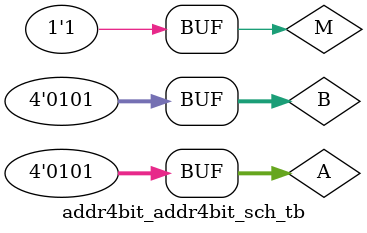
<source format=v>

`timescale 1ns / 1ps

module addr4bit_addr4bit_sch_tb();

// Inputs
   reg [3:0] A;
   reg M;
   reg [3:0] B;

// Output
   wire sign;
   wire [4:0] S;

// Bidirs

// Instantiate the UUT
   addr4bit UUT (
		.A(A), 
		.M(M), 
		.B(B), 
		.sign(sign), 
		.S(S)
   );
// Initialize Inputs
   initial begin
		A = 10;
		B = 3;
		M = 0;		
		#30;
		A = 5;
		B = 14;
		M = 0;		
		#30;
		A = 3;
		B = 5;
		M = 0;		
		#30;
		A = 12;
		B = 6;
		M = 1;		
		#30;
		A = 7;
		B = 12;
		M = 1;		
		#30;
		A = 5;
		B = 5;
		M = 1;		
		#30;
   end
endmodule

</source>
